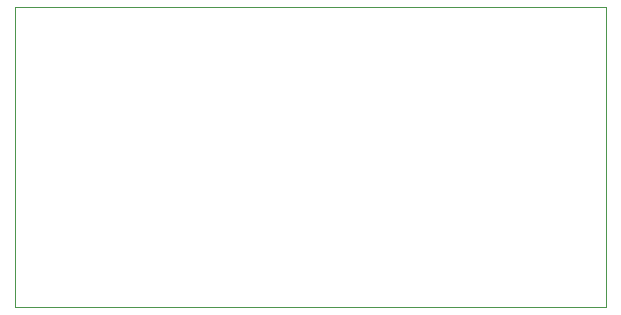
<source format=gbr>
%TF.GenerationSoftware,KiCad,Pcbnew,(5.1.6)-1*%
%TF.CreationDate,2020-10-01T22:55:38-05:00*%
%TF.ProjectId,VS1000SimpleBreakout,56533130-3030-4536-996d-706c65427265,rev?*%
%TF.SameCoordinates,Original*%
%TF.FileFunction,Profile,NP*%
%FSLAX46Y46*%
G04 Gerber Fmt 4.6, Leading zero omitted, Abs format (unit mm)*
G04 Created by KiCad (PCBNEW (5.1.6)-1) date 2020-10-01 22:55:38*
%MOMM*%
%LPD*%
G01*
G04 APERTURE LIST*
%TA.AperFunction,Profile*%
%ADD10C,0.050000*%
%TD*%
G04 APERTURE END LIST*
D10*
X158496000Y-53340000D02*
X108458000Y-53340000D01*
X158496000Y-78740000D02*
X158496000Y-53340000D01*
X108458000Y-78740000D02*
X158496000Y-78740000D01*
X108458000Y-53340000D02*
X108458000Y-78740000D01*
M02*

</source>
